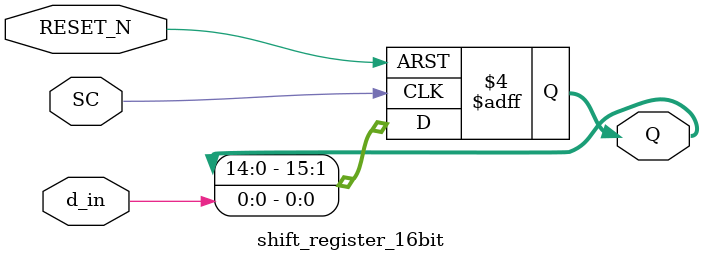
<source format=v>
module shift_register_16bit(
	input wire SC,
	input wire RESET_N,
	input wire d_in,
	output reg [15:0] Q
);


initial begin 
	 $dumpfile("dump.vcd");  // Generate a VCD file called dump.vcd
    $dumpvars(0, shift_register_16bit);  // Dump all signals in the module
end

always @(posedge SC or negedge RESET_N)
begin

	if(!RESET_N)
		Q <= 16'b0; //reset output to zero
	else
		Q <= {Q[14:0],d_in};// shift left and input new biy
end
endmodule 

</source>
